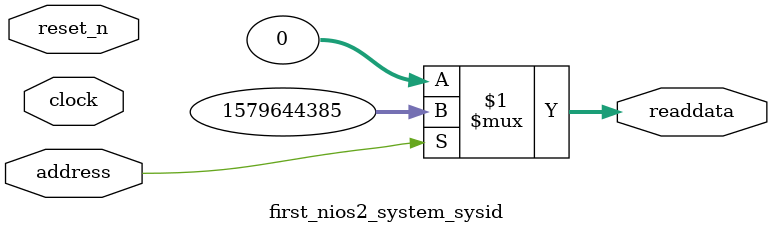
<source format=v>



// synthesis translate_off
`timescale 1ns / 1ps
// synthesis translate_on

// turn off superfluous verilog processor warnings 
// altera message_level Level1 
// altera message_off 10034 10035 10036 10037 10230 10240 10030 

module first_nios2_system_sysid (
               // inputs:
                address,
                clock,
                reset_n,

               // outputs:
                readdata
             )
;

  output  [ 31: 0] readdata;
  input            address;
  input            clock;
  input            reset_n;

  wire    [ 31: 0] readdata;
  //control_slave, which is an e_avalon_slave
  assign readdata = address ? 1579644385 : 0;

endmodule



</source>
